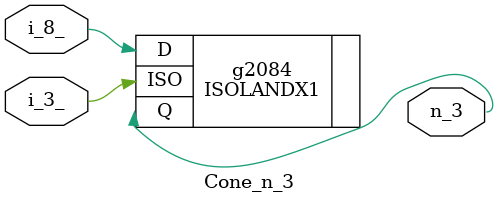
<source format=v>

module Cone_n_3 (n_3, i_3_, i_8_ );
	input i_3_, i_8_;
	output n_3;
	ISOLANDX1 g2084(.ISO (i_3_), .D (i_8_), .Q (n_3));
endmodule


</source>
